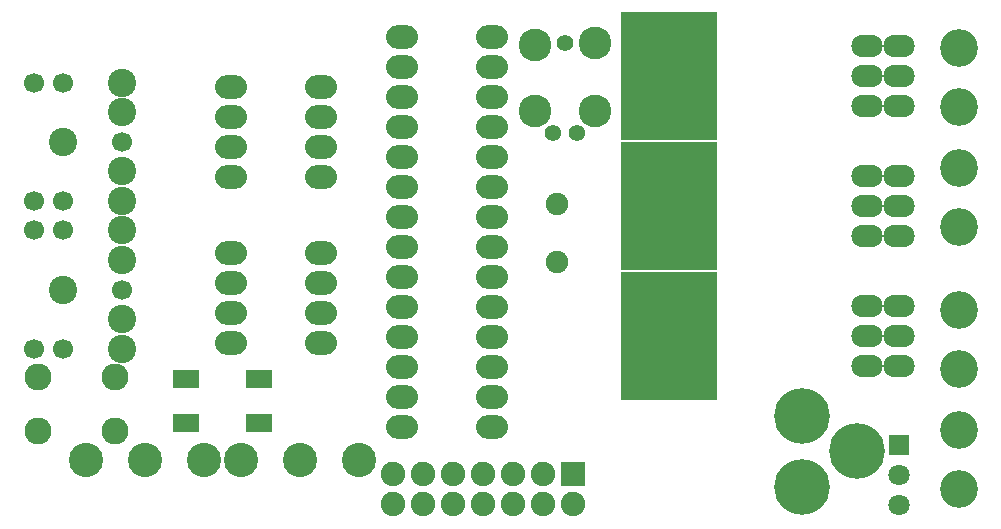
<source format=gbs>
G04 #@! TF.FileFunction,Soldermask,Bot*
%FSLAX46Y46*%
G04 Gerber Fmt 4.6, Leading zero omitted, Abs format (unit mm)*
G04 Created by KiCad (PCBNEW (2015-10-25 BZR 6279, Git c721c21)-product) date Mon 02 Nov 2015 02:23:49 PM PST*
%MOMM*%
G01*
G04 APERTURE LIST*
%ADD10C,0.100000*%
%ADD11O,2.700000X2.000000*%
%ADD12C,4.718000*%
%ADD13C,1.388060*%
%ADD14C,1.385520*%
%ADD15C,2.772360*%
%ADD16C,2.769820*%
%ADD17C,2.899360*%
%ADD18R,1.797000X1.797000*%
%ADD19C,1.797000*%
%ADD20C,3.194000*%
%ADD21C,1.901140*%
%ADD22C,2.279600*%
%ADD23C,2.076400*%
%ADD24R,2.076400X2.076400*%
%ADD25C,1.700000*%
%ADD26C,2.400000*%
%ADD27O,2.645360X1.901140*%
%ADD28R,8.223200X10.890200*%
%ADD29R,2.200000X1.500000*%
G04 APERTURE END LIST*
D10*
D11*
X75300000Y-70400000D03*
X75300000Y-67860000D03*
X75300000Y-65320000D03*
X75300000Y-62780000D03*
X75300000Y-60240000D03*
X75300000Y-57700000D03*
X75300000Y-55160000D03*
X75300000Y-52620000D03*
X75300000Y-50080000D03*
X75300000Y-47540000D03*
X75300000Y-45000000D03*
X75300000Y-42460000D03*
X75300000Y-39920000D03*
X75300000Y-37380000D03*
X67680000Y-37380000D03*
X67680000Y-39920000D03*
X67680000Y-42460000D03*
X67680000Y-45000000D03*
X67680000Y-47540000D03*
X67680000Y-50080000D03*
X67680000Y-52620000D03*
X67680000Y-55160000D03*
X67680000Y-57700000D03*
X67680000Y-60240000D03*
X67680000Y-62780000D03*
X67680000Y-65320000D03*
X67680000Y-67860000D03*
X67680000Y-70400000D03*
D12*
X101500000Y-75500000D03*
X101500000Y-69500000D03*
X106200000Y-72500000D03*
D13*
X81500000Y-37940000D03*
D14*
X82516000Y-45560000D03*
X80484000Y-45560000D03*
D15*
X84040000Y-37940000D03*
D16*
X84040000Y-43655000D03*
X78960000Y-38067000D03*
X78960000Y-43655000D03*
D17*
X58998740Y-73200000D03*
X53997480Y-73200000D03*
X64000000Y-73200000D03*
D18*
X109750000Y-71960000D03*
D19*
X109750000Y-74500000D03*
X109750000Y-77040000D03*
D20*
X114800000Y-75680000D03*
X114800000Y-70680000D03*
X114800000Y-60520000D03*
X114800000Y-65520000D03*
D21*
X80750000Y-51559060D03*
X80750000Y-56440940D03*
D17*
X45898740Y-73200000D03*
X40897480Y-73200000D03*
X50900000Y-73200000D03*
D22*
X36848800Y-66239400D03*
X43351200Y-66239400D03*
X36848800Y-70760600D03*
X43351200Y-70760600D03*
D20*
X114800000Y-53480000D03*
X114800000Y-48480000D03*
X114800000Y-38320000D03*
X114800000Y-43320000D03*
D23*
X66880000Y-76970000D03*
X66880000Y-74430000D03*
X69420000Y-74430000D03*
X69420000Y-76970000D03*
X71960000Y-76970000D03*
X71960000Y-74430000D03*
X74500000Y-74430000D03*
X74500000Y-76970000D03*
X77040000Y-76970000D03*
X77040000Y-74430000D03*
X79580000Y-74430000D03*
X79580000Y-76970000D03*
X82120000Y-76970000D03*
D24*
X82120000Y-74430000D03*
D11*
X60850000Y-63300000D03*
X60850000Y-60760000D03*
X60850000Y-58220000D03*
X60850000Y-55680000D03*
X53230000Y-55680000D03*
X53230000Y-58220000D03*
X53230000Y-60760000D03*
X53230000Y-63300000D03*
X60850000Y-49300000D03*
X60850000Y-46760000D03*
X60850000Y-44220000D03*
X60850000Y-41680000D03*
X53230000Y-41680000D03*
X53230000Y-44220000D03*
X53230000Y-46760000D03*
X53230000Y-49300000D03*
D25*
X44000000Y-58800000D03*
X36500000Y-63800000D03*
X39000000Y-63800000D03*
X36500000Y-53800000D03*
X39000000Y-53800000D03*
D26*
X44000000Y-56300000D03*
X44000000Y-53800000D03*
X44000000Y-61300000D03*
X44000000Y-63800000D03*
X39000000Y-58800000D03*
D25*
X44000000Y-46300000D03*
X36500000Y-51300000D03*
X39000000Y-51300000D03*
X36500000Y-41300000D03*
X39000000Y-41300000D03*
D26*
X44000000Y-43800000D03*
X44000000Y-41300000D03*
X44000000Y-48800000D03*
X44000000Y-51300000D03*
X39000000Y-46300000D03*
D27*
X107008000Y-40750000D03*
X107008000Y-38210000D03*
X107008000Y-43290000D03*
D28*
X90300000Y-40750000D03*
D27*
X107008000Y-51750000D03*
X107008000Y-49210000D03*
X107008000Y-54290000D03*
D28*
X90300000Y-51750000D03*
D27*
X109758000Y-51750000D03*
X109758000Y-54290000D03*
X109758000Y-49210000D03*
X109758000Y-62750000D03*
X109758000Y-65290000D03*
X109758000Y-60210000D03*
X109758000Y-40750000D03*
X109758000Y-43290000D03*
X109758000Y-38210000D03*
X107008000Y-62750000D03*
X107008000Y-60210000D03*
X107008000Y-65290000D03*
D28*
X90300000Y-62750000D03*
D29*
X55600000Y-66400000D03*
X49400000Y-66400000D03*
X55600000Y-70100000D03*
X49400000Y-70100000D03*
M02*

</source>
